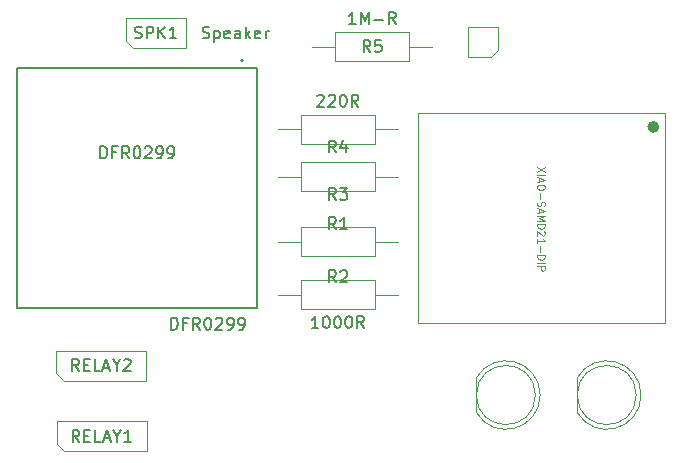
<source format=gbr>
%TF.GenerationSoftware,KiCad,Pcbnew,9.0.0*%
%TF.CreationDate,2025-03-31T22:17:34-07:00*%
%TF.ProjectId,DustBin_PCB,44757374-4269-46e5-9f50-43422e6b6963,rev?*%
%TF.SameCoordinates,Original*%
%TF.FileFunction,AssemblyDrawing,Top*%
%FSLAX46Y46*%
G04 Gerber Fmt 4.6, Leading zero omitted, Abs format (unit mm)*
G04 Created by KiCad (PCBNEW 9.0.0) date 2025-03-31 22:17:34*
%MOMM*%
%LPD*%
G01*
G04 APERTURE LIST*
%ADD10C,0.150000*%
%ADD11C,0.101600*%
%ADD12C,0.100000*%
%ADD13C,0.127000*%
%ADD14C,0.200000*%
%ADD15C,0.504000*%
G04 APERTURE END LIST*
D10*
X24404762Y-33454819D02*
X24404762Y-32454819D01*
X24404762Y-32454819D02*
X24642857Y-32454819D01*
X24642857Y-32454819D02*
X24785714Y-32502438D01*
X24785714Y-32502438D02*
X24880952Y-32597676D01*
X24880952Y-32597676D02*
X24928571Y-32692914D01*
X24928571Y-32692914D02*
X24976190Y-32883390D01*
X24976190Y-32883390D02*
X24976190Y-33026247D01*
X24976190Y-33026247D02*
X24928571Y-33216723D01*
X24928571Y-33216723D02*
X24880952Y-33311961D01*
X24880952Y-33311961D02*
X24785714Y-33407200D01*
X24785714Y-33407200D02*
X24642857Y-33454819D01*
X24642857Y-33454819D02*
X24404762Y-33454819D01*
X25738095Y-32931009D02*
X25404762Y-32931009D01*
X25404762Y-33454819D02*
X25404762Y-32454819D01*
X25404762Y-32454819D02*
X25880952Y-32454819D01*
X26833333Y-33454819D02*
X26500000Y-32978628D01*
X26261905Y-33454819D02*
X26261905Y-32454819D01*
X26261905Y-32454819D02*
X26642857Y-32454819D01*
X26642857Y-32454819D02*
X26738095Y-32502438D01*
X26738095Y-32502438D02*
X26785714Y-32550057D01*
X26785714Y-32550057D02*
X26833333Y-32645295D01*
X26833333Y-32645295D02*
X26833333Y-32788152D01*
X26833333Y-32788152D02*
X26785714Y-32883390D01*
X26785714Y-32883390D02*
X26738095Y-32931009D01*
X26738095Y-32931009D02*
X26642857Y-32978628D01*
X26642857Y-32978628D02*
X26261905Y-32978628D01*
X27452381Y-32454819D02*
X27547619Y-32454819D01*
X27547619Y-32454819D02*
X27642857Y-32502438D01*
X27642857Y-32502438D02*
X27690476Y-32550057D01*
X27690476Y-32550057D02*
X27738095Y-32645295D01*
X27738095Y-32645295D02*
X27785714Y-32835771D01*
X27785714Y-32835771D02*
X27785714Y-33073866D01*
X27785714Y-33073866D02*
X27738095Y-33264342D01*
X27738095Y-33264342D02*
X27690476Y-33359580D01*
X27690476Y-33359580D02*
X27642857Y-33407200D01*
X27642857Y-33407200D02*
X27547619Y-33454819D01*
X27547619Y-33454819D02*
X27452381Y-33454819D01*
X27452381Y-33454819D02*
X27357143Y-33407200D01*
X27357143Y-33407200D02*
X27309524Y-33359580D01*
X27309524Y-33359580D02*
X27261905Y-33264342D01*
X27261905Y-33264342D02*
X27214286Y-33073866D01*
X27214286Y-33073866D02*
X27214286Y-32835771D01*
X27214286Y-32835771D02*
X27261905Y-32645295D01*
X27261905Y-32645295D02*
X27309524Y-32550057D01*
X27309524Y-32550057D02*
X27357143Y-32502438D01*
X27357143Y-32502438D02*
X27452381Y-32454819D01*
X28166667Y-32550057D02*
X28214286Y-32502438D01*
X28214286Y-32502438D02*
X28309524Y-32454819D01*
X28309524Y-32454819D02*
X28547619Y-32454819D01*
X28547619Y-32454819D02*
X28642857Y-32502438D01*
X28642857Y-32502438D02*
X28690476Y-32550057D01*
X28690476Y-32550057D02*
X28738095Y-32645295D01*
X28738095Y-32645295D02*
X28738095Y-32740533D01*
X28738095Y-32740533D02*
X28690476Y-32883390D01*
X28690476Y-32883390D02*
X28119048Y-33454819D01*
X28119048Y-33454819D02*
X28738095Y-33454819D01*
X29214286Y-33454819D02*
X29404762Y-33454819D01*
X29404762Y-33454819D02*
X29500000Y-33407200D01*
X29500000Y-33407200D02*
X29547619Y-33359580D01*
X29547619Y-33359580D02*
X29642857Y-33216723D01*
X29642857Y-33216723D02*
X29690476Y-33026247D01*
X29690476Y-33026247D02*
X29690476Y-32645295D01*
X29690476Y-32645295D02*
X29642857Y-32550057D01*
X29642857Y-32550057D02*
X29595238Y-32502438D01*
X29595238Y-32502438D02*
X29500000Y-32454819D01*
X29500000Y-32454819D02*
X29309524Y-32454819D01*
X29309524Y-32454819D02*
X29214286Y-32502438D01*
X29214286Y-32502438D02*
X29166667Y-32550057D01*
X29166667Y-32550057D02*
X29119048Y-32645295D01*
X29119048Y-32645295D02*
X29119048Y-32883390D01*
X29119048Y-32883390D02*
X29166667Y-32978628D01*
X29166667Y-32978628D02*
X29214286Y-33026247D01*
X29214286Y-33026247D02*
X29309524Y-33073866D01*
X29309524Y-33073866D02*
X29500000Y-33073866D01*
X29500000Y-33073866D02*
X29595238Y-33026247D01*
X29595238Y-33026247D02*
X29642857Y-32978628D01*
X29642857Y-32978628D02*
X29690476Y-32883390D01*
X30166667Y-33454819D02*
X30357143Y-33454819D01*
X30357143Y-33454819D02*
X30452381Y-33407200D01*
X30452381Y-33407200D02*
X30500000Y-33359580D01*
X30500000Y-33359580D02*
X30595238Y-33216723D01*
X30595238Y-33216723D02*
X30642857Y-33026247D01*
X30642857Y-33026247D02*
X30642857Y-32645295D01*
X30642857Y-32645295D02*
X30595238Y-32550057D01*
X30595238Y-32550057D02*
X30547619Y-32502438D01*
X30547619Y-32502438D02*
X30452381Y-32454819D01*
X30452381Y-32454819D02*
X30261905Y-32454819D01*
X30261905Y-32454819D02*
X30166667Y-32502438D01*
X30166667Y-32502438D02*
X30119048Y-32550057D01*
X30119048Y-32550057D02*
X30071429Y-32645295D01*
X30071429Y-32645295D02*
X30071429Y-32883390D01*
X30071429Y-32883390D02*
X30119048Y-32978628D01*
X30119048Y-32978628D02*
X30166667Y-33026247D01*
X30166667Y-33026247D02*
X30261905Y-33073866D01*
X30261905Y-33073866D02*
X30452381Y-33073866D01*
X30452381Y-33073866D02*
X30547619Y-33026247D01*
X30547619Y-33026247D02*
X30595238Y-32978628D01*
X30595238Y-32978628D02*
X30642857Y-32883390D01*
X42761905Y-28180057D02*
X42809524Y-28132438D01*
X42809524Y-28132438D02*
X42904762Y-28084819D01*
X42904762Y-28084819D02*
X43142857Y-28084819D01*
X43142857Y-28084819D02*
X43238095Y-28132438D01*
X43238095Y-28132438D02*
X43285714Y-28180057D01*
X43285714Y-28180057D02*
X43333333Y-28275295D01*
X43333333Y-28275295D02*
X43333333Y-28370533D01*
X43333333Y-28370533D02*
X43285714Y-28513390D01*
X43285714Y-28513390D02*
X42714286Y-29084819D01*
X42714286Y-29084819D02*
X43333333Y-29084819D01*
X43714286Y-28180057D02*
X43761905Y-28132438D01*
X43761905Y-28132438D02*
X43857143Y-28084819D01*
X43857143Y-28084819D02*
X44095238Y-28084819D01*
X44095238Y-28084819D02*
X44190476Y-28132438D01*
X44190476Y-28132438D02*
X44238095Y-28180057D01*
X44238095Y-28180057D02*
X44285714Y-28275295D01*
X44285714Y-28275295D02*
X44285714Y-28370533D01*
X44285714Y-28370533D02*
X44238095Y-28513390D01*
X44238095Y-28513390D02*
X43666667Y-29084819D01*
X43666667Y-29084819D02*
X44285714Y-29084819D01*
X44904762Y-28084819D02*
X45000000Y-28084819D01*
X45000000Y-28084819D02*
X45095238Y-28132438D01*
X45095238Y-28132438D02*
X45142857Y-28180057D01*
X45142857Y-28180057D02*
X45190476Y-28275295D01*
X45190476Y-28275295D02*
X45238095Y-28465771D01*
X45238095Y-28465771D02*
X45238095Y-28703866D01*
X45238095Y-28703866D02*
X45190476Y-28894342D01*
X45190476Y-28894342D02*
X45142857Y-28989580D01*
X45142857Y-28989580D02*
X45095238Y-29037200D01*
X45095238Y-29037200D02*
X45000000Y-29084819D01*
X45000000Y-29084819D02*
X44904762Y-29084819D01*
X44904762Y-29084819D02*
X44809524Y-29037200D01*
X44809524Y-29037200D02*
X44761905Y-28989580D01*
X44761905Y-28989580D02*
X44714286Y-28894342D01*
X44714286Y-28894342D02*
X44666667Y-28703866D01*
X44666667Y-28703866D02*
X44666667Y-28465771D01*
X44666667Y-28465771D02*
X44714286Y-28275295D01*
X44714286Y-28275295D02*
X44761905Y-28180057D01*
X44761905Y-28180057D02*
X44809524Y-28132438D01*
X44809524Y-28132438D02*
X44904762Y-28084819D01*
X46238095Y-29084819D02*
X45904762Y-28608628D01*
X45666667Y-29084819D02*
X45666667Y-28084819D01*
X45666667Y-28084819D02*
X46047619Y-28084819D01*
X46047619Y-28084819D02*
X46142857Y-28132438D01*
X46142857Y-28132438D02*
X46190476Y-28180057D01*
X46190476Y-28180057D02*
X46238095Y-28275295D01*
X46238095Y-28275295D02*
X46238095Y-28418152D01*
X46238095Y-28418152D02*
X46190476Y-28513390D01*
X46190476Y-28513390D02*
X46142857Y-28561009D01*
X46142857Y-28561009D02*
X46047619Y-28608628D01*
X46047619Y-28608628D02*
X45666667Y-28608628D01*
X44333333Y-32954819D02*
X44000000Y-32478628D01*
X43761905Y-32954819D02*
X43761905Y-31954819D01*
X43761905Y-31954819D02*
X44142857Y-31954819D01*
X44142857Y-31954819D02*
X44238095Y-32002438D01*
X44238095Y-32002438D02*
X44285714Y-32050057D01*
X44285714Y-32050057D02*
X44333333Y-32145295D01*
X44333333Y-32145295D02*
X44333333Y-32288152D01*
X44333333Y-32288152D02*
X44285714Y-32383390D01*
X44285714Y-32383390D02*
X44238095Y-32431009D01*
X44238095Y-32431009D02*
X44142857Y-32478628D01*
X44142857Y-32478628D02*
X43761905Y-32478628D01*
X45190476Y-32288152D02*
X45190476Y-32954819D01*
X44952381Y-31907200D02*
X44714286Y-32621485D01*
X44714286Y-32621485D02*
X45333333Y-32621485D01*
X44333333Y-39454819D02*
X44000000Y-38978628D01*
X43761905Y-39454819D02*
X43761905Y-38454819D01*
X43761905Y-38454819D02*
X44142857Y-38454819D01*
X44142857Y-38454819D02*
X44238095Y-38502438D01*
X44238095Y-38502438D02*
X44285714Y-38550057D01*
X44285714Y-38550057D02*
X44333333Y-38645295D01*
X44333333Y-38645295D02*
X44333333Y-38788152D01*
X44333333Y-38788152D02*
X44285714Y-38883390D01*
X44285714Y-38883390D02*
X44238095Y-38931009D01*
X44238095Y-38931009D02*
X44142857Y-38978628D01*
X44142857Y-38978628D02*
X43761905Y-38978628D01*
X45285714Y-39454819D02*
X44714286Y-39454819D01*
X45000000Y-39454819D02*
X45000000Y-38454819D01*
X45000000Y-38454819D02*
X44904762Y-38597676D01*
X44904762Y-38597676D02*
X44809524Y-38692914D01*
X44809524Y-38692914D02*
X44714286Y-38740533D01*
X30404762Y-47954819D02*
X30404762Y-46954819D01*
X30404762Y-46954819D02*
X30642857Y-46954819D01*
X30642857Y-46954819D02*
X30785714Y-47002438D01*
X30785714Y-47002438D02*
X30880952Y-47097676D01*
X30880952Y-47097676D02*
X30928571Y-47192914D01*
X30928571Y-47192914D02*
X30976190Y-47383390D01*
X30976190Y-47383390D02*
X30976190Y-47526247D01*
X30976190Y-47526247D02*
X30928571Y-47716723D01*
X30928571Y-47716723D02*
X30880952Y-47811961D01*
X30880952Y-47811961D02*
X30785714Y-47907200D01*
X30785714Y-47907200D02*
X30642857Y-47954819D01*
X30642857Y-47954819D02*
X30404762Y-47954819D01*
X31738095Y-47431009D02*
X31404762Y-47431009D01*
X31404762Y-47954819D02*
X31404762Y-46954819D01*
X31404762Y-46954819D02*
X31880952Y-46954819D01*
X32833333Y-47954819D02*
X32500000Y-47478628D01*
X32261905Y-47954819D02*
X32261905Y-46954819D01*
X32261905Y-46954819D02*
X32642857Y-46954819D01*
X32642857Y-46954819D02*
X32738095Y-47002438D01*
X32738095Y-47002438D02*
X32785714Y-47050057D01*
X32785714Y-47050057D02*
X32833333Y-47145295D01*
X32833333Y-47145295D02*
X32833333Y-47288152D01*
X32833333Y-47288152D02*
X32785714Y-47383390D01*
X32785714Y-47383390D02*
X32738095Y-47431009D01*
X32738095Y-47431009D02*
X32642857Y-47478628D01*
X32642857Y-47478628D02*
X32261905Y-47478628D01*
X33452381Y-46954819D02*
X33547619Y-46954819D01*
X33547619Y-46954819D02*
X33642857Y-47002438D01*
X33642857Y-47002438D02*
X33690476Y-47050057D01*
X33690476Y-47050057D02*
X33738095Y-47145295D01*
X33738095Y-47145295D02*
X33785714Y-47335771D01*
X33785714Y-47335771D02*
X33785714Y-47573866D01*
X33785714Y-47573866D02*
X33738095Y-47764342D01*
X33738095Y-47764342D02*
X33690476Y-47859580D01*
X33690476Y-47859580D02*
X33642857Y-47907200D01*
X33642857Y-47907200D02*
X33547619Y-47954819D01*
X33547619Y-47954819D02*
X33452381Y-47954819D01*
X33452381Y-47954819D02*
X33357143Y-47907200D01*
X33357143Y-47907200D02*
X33309524Y-47859580D01*
X33309524Y-47859580D02*
X33261905Y-47764342D01*
X33261905Y-47764342D02*
X33214286Y-47573866D01*
X33214286Y-47573866D02*
X33214286Y-47335771D01*
X33214286Y-47335771D02*
X33261905Y-47145295D01*
X33261905Y-47145295D02*
X33309524Y-47050057D01*
X33309524Y-47050057D02*
X33357143Y-47002438D01*
X33357143Y-47002438D02*
X33452381Y-46954819D01*
X34166667Y-47050057D02*
X34214286Y-47002438D01*
X34214286Y-47002438D02*
X34309524Y-46954819D01*
X34309524Y-46954819D02*
X34547619Y-46954819D01*
X34547619Y-46954819D02*
X34642857Y-47002438D01*
X34642857Y-47002438D02*
X34690476Y-47050057D01*
X34690476Y-47050057D02*
X34738095Y-47145295D01*
X34738095Y-47145295D02*
X34738095Y-47240533D01*
X34738095Y-47240533D02*
X34690476Y-47383390D01*
X34690476Y-47383390D02*
X34119048Y-47954819D01*
X34119048Y-47954819D02*
X34738095Y-47954819D01*
X35214286Y-47954819D02*
X35404762Y-47954819D01*
X35404762Y-47954819D02*
X35500000Y-47907200D01*
X35500000Y-47907200D02*
X35547619Y-47859580D01*
X35547619Y-47859580D02*
X35642857Y-47716723D01*
X35642857Y-47716723D02*
X35690476Y-47526247D01*
X35690476Y-47526247D02*
X35690476Y-47145295D01*
X35690476Y-47145295D02*
X35642857Y-47050057D01*
X35642857Y-47050057D02*
X35595238Y-47002438D01*
X35595238Y-47002438D02*
X35500000Y-46954819D01*
X35500000Y-46954819D02*
X35309524Y-46954819D01*
X35309524Y-46954819D02*
X35214286Y-47002438D01*
X35214286Y-47002438D02*
X35166667Y-47050057D01*
X35166667Y-47050057D02*
X35119048Y-47145295D01*
X35119048Y-47145295D02*
X35119048Y-47383390D01*
X35119048Y-47383390D02*
X35166667Y-47478628D01*
X35166667Y-47478628D02*
X35214286Y-47526247D01*
X35214286Y-47526247D02*
X35309524Y-47573866D01*
X35309524Y-47573866D02*
X35500000Y-47573866D01*
X35500000Y-47573866D02*
X35595238Y-47526247D01*
X35595238Y-47526247D02*
X35642857Y-47478628D01*
X35642857Y-47478628D02*
X35690476Y-47383390D01*
X36166667Y-47954819D02*
X36357143Y-47954819D01*
X36357143Y-47954819D02*
X36452381Y-47907200D01*
X36452381Y-47907200D02*
X36500000Y-47859580D01*
X36500000Y-47859580D02*
X36595238Y-47716723D01*
X36595238Y-47716723D02*
X36642857Y-47526247D01*
X36642857Y-47526247D02*
X36642857Y-47145295D01*
X36642857Y-47145295D02*
X36595238Y-47050057D01*
X36595238Y-47050057D02*
X36547619Y-47002438D01*
X36547619Y-47002438D02*
X36452381Y-46954819D01*
X36452381Y-46954819D02*
X36261905Y-46954819D01*
X36261905Y-46954819D02*
X36166667Y-47002438D01*
X36166667Y-47002438D02*
X36119048Y-47050057D01*
X36119048Y-47050057D02*
X36071429Y-47145295D01*
X36071429Y-47145295D02*
X36071429Y-47383390D01*
X36071429Y-47383390D02*
X36119048Y-47478628D01*
X36119048Y-47478628D02*
X36166667Y-47526247D01*
X36166667Y-47526247D02*
X36261905Y-47573866D01*
X36261905Y-47573866D02*
X36452381Y-47573866D01*
X36452381Y-47573866D02*
X36547619Y-47526247D01*
X36547619Y-47526247D02*
X36595238Y-47478628D01*
X36595238Y-47478628D02*
X36642857Y-47383390D01*
X33048095Y-23257200D02*
X33190952Y-23304819D01*
X33190952Y-23304819D02*
X33429047Y-23304819D01*
X33429047Y-23304819D02*
X33524285Y-23257200D01*
X33524285Y-23257200D02*
X33571904Y-23209580D01*
X33571904Y-23209580D02*
X33619523Y-23114342D01*
X33619523Y-23114342D02*
X33619523Y-23019104D01*
X33619523Y-23019104D02*
X33571904Y-22923866D01*
X33571904Y-22923866D02*
X33524285Y-22876247D01*
X33524285Y-22876247D02*
X33429047Y-22828628D01*
X33429047Y-22828628D02*
X33238571Y-22781009D01*
X33238571Y-22781009D02*
X33143333Y-22733390D01*
X33143333Y-22733390D02*
X33095714Y-22685771D01*
X33095714Y-22685771D02*
X33048095Y-22590533D01*
X33048095Y-22590533D02*
X33048095Y-22495295D01*
X33048095Y-22495295D02*
X33095714Y-22400057D01*
X33095714Y-22400057D02*
X33143333Y-22352438D01*
X33143333Y-22352438D02*
X33238571Y-22304819D01*
X33238571Y-22304819D02*
X33476666Y-22304819D01*
X33476666Y-22304819D02*
X33619523Y-22352438D01*
X34048095Y-22638152D02*
X34048095Y-23638152D01*
X34048095Y-22685771D02*
X34143333Y-22638152D01*
X34143333Y-22638152D02*
X34333809Y-22638152D01*
X34333809Y-22638152D02*
X34429047Y-22685771D01*
X34429047Y-22685771D02*
X34476666Y-22733390D01*
X34476666Y-22733390D02*
X34524285Y-22828628D01*
X34524285Y-22828628D02*
X34524285Y-23114342D01*
X34524285Y-23114342D02*
X34476666Y-23209580D01*
X34476666Y-23209580D02*
X34429047Y-23257200D01*
X34429047Y-23257200D02*
X34333809Y-23304819D01*
X34333809Y-23304819D02*
X34143333Y-23304819D01*
X34143333Y-23304819D02*
X34048095Y-23257200D01*
X35333809Y-23257200D02*
X35238571Y-23304819D01*
X35238571Y-23304819D02*
X35048095Y-23304819D01*
X35048095Y-23304819D02*
X34952857Y-23257200D01*
X34952857Y-23257200D02*
X34905238Y-23161961D01*
X34905238Y-23161961D02*
X34905238Y-22781009D01*
X34905238Y-22781009D02*
X34952857Y-22685771D01*
X34952857Y-22685771D02*
X35048095Y-22638152D01*
X35048095Y-22638152D02*
X35238571Y-22638152D01*
X35238571Y-22638152D02*
X35333809Y-22685771D01*
X35333809Y-22685771D02*
X35381428Y-22781009D01*
X35381428Y-22781009D02*
X35381428Y-22876247D01*
X35381428Y-22876247D02*
X34905238Y-22971485D01*
X36238571Y-23304819D02*
X36238571Y-22781009D01*
X36238571Y-22781009D02*
X36190952Y-22685771D01*
X36190952Y-22685771D02*
X36095714Y-22638152D01*
X36095714Y-22638152D02*
X35905238Y-22638152D01*
X35905238Y-22638152D02*
X35810000Y-22685771D01*
X36238571Y-23257200D02*
X36143333Y-23304819D01*
X36143333Y-23304819D02*
X35905238Y-23304819D01*
X35905238Y-23304819D02*
X35810000Y-23257200D01*
X35810000Y-23257200D02*
X35762381Y-23161961D01*
X35762381Y-23161961D02*
X35762381Y-23066723D01*
X35762381Y-23066723D02*
X35810000Y-22971485D01*
X35810000Y-22971485D02*
X35905238Y-22923866D01*
X35905238Y-22923866D02*
X36143333Y-22923866D01*
X36143333Y-22923866D02*
X36238571Y-22876247D01*
X36714762Y-23304819D02*
X36714762Y-22304819D01*
X36810000Y-22923866D02*
X37095714Y-23304819D01*
X37095714Y-22638152D02*
X36714762Y-23019104D01*
X37905238Y-23257200D02*
X37810000Y-23304819D01*
X37810000Y-23304819D02*
X37619524Y-23304819D01*
X37619524Y-23304819D02*
X37524286Y-23257200D01*
X37524286Y-23257200D02*
X37476667Y-23161961D01*
X37476667Y-23161961D02*
X37476667Y-22781009D01*
X37476667Y-22781009D02*
X37524286Y-22685771D01*
X37524286Y-22685771D02*
X37619524Y-22638152D01*
X37619524Y-22638152D02*
X37810000Y-22638152D01*
X37810000Y-22638152D02*
X37905238Y-22685771D01*
X37905238Y-22685771D02*
X37952857Y-22781009D01*
X37952857Y-22781009D02*
X37952857Y-22876247D01*
X37952857Y-22876247D02*
X37476667Y-22971485D01*
X38381429Y-23304819D02*
X38381429Y-22638152D01*
X38381429Y-22828628D02*
X38429048Y-22733390D01*
X38429048Y-22733390D02*
X38476667Y-22685771D01*
X38476667Y-22685771D02*
X38571905Y-22638152D01*
X38571905Y-22638152D02*
X38667143Y-22638152D01*
X27318095Y-23257200D02*
X27460952Y-23304819D01*
X27460952Y-23304819D02*
X27699047Y-23304819D01*
X27699047Y-23304819D02*
X27794285Y-23257200D01*
X27794285Y-23257200D02*
X27841904Y-23209580D01*
X27841904Y-23209580D02*
X27889523Y-23114342D01*
X27889523Y-23114342D02*
X27889523Y-23019104D01*
X27889523Y-23019104D02*
X27841904Y-22923866D01*
X27841904Y-22923866D02*
X27794285Y-22876247D01*
X27794285Y-22876247D02*
X27699047Y-22828628D01*
X27699047Y-22828628D02*
X27508571Y-22781009D01*
X27508571Y-22781009D02*
X27413333Y-22733390D01*
X27413333Y-22733390D02*
X27365714Y-22685771D01*
X27365714Y-22685771D02*
X27318095Y-22590533D01*
X27318095Y-22590533D02*
X27318095Y-22495295D01*
X27318095Y-22495295D02*
X27365714Y-22400057D01*
X27365714Y-22400057D02*
X27413333Y-22352438D01*
X27413333Y-22352438D02*
X27508571Y-22304819D01*
X27508571Y-22304819D02*
X27746666Y-22304819D01*
X27746666Y-22304819D02*
X27889523Y-22352438D01*
X28318095Y-23304819D02*
X28318095Y-22304819D01*
X28318095Y-22304819D02*
X28699047Y-22304819D01*
X28699047Y-22304819D02*
X28794285Y-22352438D01*
X28794285Y-22352438D02*
X28841904Y-22400057D01*
X28841904Y-22400057D02*
X28889523Y-22495295D01*
X28889523Y-22495295D02*
X28889523Y-22638152D01*
X28889523Y-22638152D02*
X28841904Y-22733390D01*
X28841904Y-22733390D02*
X28794285Y-22781009D01*
X28794285Y-22781009D02*
X28699047Y-22828628D01*
X28699047Y-22828628D02*
X28318095Y-22828628D01*
X29318095Y-23304819D02*
X29318095Y-22304819D01*
X29889523Y-23304819D02*
X29460952Y-22733390D01*
X29889523Y-22304819D02*
X29318095Y-22876247D01*
X30841904Y-23304819D02*
X30270476Y-23304819D01*
X30556190Y-23304819D02*
X30556190Y-22304819D01*
X30556190Y-22304819D02*
X30460952Y-22447676D01*
X30460952Y-22447676D02*
X30365714Y-22542914D01*
X30365714Y-22542914D02*
X30270476Y-22590533D01*
X22579047Y-51454819D02*
X22245714Y-50978628D01*
X22007619Y-51454819D02*
X22007619Y-50454819D01*
X22007619Y-50454819D02*
X22388571Y-50454819D01*
X22388571Y-50454819D02*
X22483809Y-50502438D01*
X22483809Y-50502438D02*
X22531428Y-50550057D01*
X22531428Y-50550057D02*
X22579047Y-50645295D01*
X22579047Y-50645295D02*
X22579047Y-50788152D01*
X22579047Y-50788152D02*
X22531428Y-50883390D01*
X22531428Y-50883390D02*
X22483809Y-50931009D01*
X22483809Y-50931009D02*
X22388571Y-50978628D01*
X22388571Y-50978628D02*
X22007619Y-50978628D01*
X23007619Y-50931009D02*
X23340952Y-50931009D01*
X23483809Y-51454819D02*
X23007619Y-51454819D01*
X23007619Y-51454819D02*
X23007619Y-50454819D01*
X23007619Y-50454819D02*
X23483809Y-50454819D01*
X24388571Y-51454819D02*
X23912381Y-51454819D01*
X23912381Y-51454819D02*
X23912381Y-50454819D01*
X24674286Y-51169104D02*
X25150476Y-51169104D01*
X24579048Y-51454819D02*
X24912381Y-50454819D01*
X24912381Y-50454819D02*
X25245714Y-51454819D01*
X25769524Y-50978628D02*
X25769524Y-51454819D01*
X25436191Y-50454819D02*
X25769524Y-50978628D01*
X25769524Y-50978628D02*
X26102857Y-50454819D01*
X26388572Y-50550057D02*
X26436191Y-50502438D01*
X26436191Y-50502438D02*
X26531429Y-50454819D01*
X26531429Y-50454819D02*
X26769524Y-50454819D01*
X26769524Y-50454819D02*
X26864762Y-50502438D01*
X26864762Y-50502438D02*
X26912381Y-50550057D01*
X26912381Y-50550057D02*
X26960000Y-50645295D01*
X26960000Y-50645295D02*
X26960000Y-50740533D01*
X26960000Y-50740533D02*
X26912381Y-50883390D01*
X26912381Y-50883390D02*
X26340953Y-51454819D01*
X26340953Y-51454819D02*
X26960000Y-51454819D01*
X22619047Y-57454819D02*
X22285714Y-56978628D01*
X22047619Y-57454819D02*
X22047619Y-56454819D01*
X22047619Y-56454819D02*
X22428571Y-56454819D01*
X22428571Y-56454819D02*
X22523809Y-56502438D01*
X22523809Y-56502438D02*
X22571428Y-56550057D01*
X22571428Y-56550057D02*
X22619047Y-56645295D01*
X22619047Y-56645295D02*
X22619047Y-56788152D01*
X22619047Y-56788152D02*
X22571428Y-56883390D01*
X22571428Y-56883390D02*
X22523809Y-56931009D01*
X22523809Y-56931009D02*
X22428571Y-56978628D01*
X22428571Y-56978628D02*
X22047619Y-56978628D01*
X23047619Y-56931009D02*
X23380952Y-56931009D01*
X23523809Y-57454819D02*
X23047619Y-57454819D01*
X23047619Y-57454819D02*
X23047619Y-56454819D01*
X23047619Y-56454819D02*
X23523809Y-56454819D01*
X24428571Y-57454819D02*
X23952381Y-57454819D01*
X23952381Y-57454819D02*
X23952381Y-56454819D01*
X24714286Y-57169104D02*
X25190476Y-57169104D01*
X24619048Y-57454819D02*
X24952381Y-56454819D01*
X24952381Y-56454819D02*
X25285714Y-57454819D01*
X25809524Y-56978628D02*
X25809524Y-57454819D01*
X25476191Y-56454819D02*
X25809524Y-56978628D01*
X25809524Y-56978628D02*
X26142857Y-56454819D01*
X27000000Y-57454819D02*
X26428572Y-57454819D01*
X26714286Y-57454819D02*
X26714286Y-56454819D01*
X26714286Y-56454819D02*
X26619048Y-56597676D01*
X26619048Y-56597676D02*
X26523810Y-56692914D01*
X26523810Y-56692914D02*
X26428572Y-56740533D01*
X46015238Y-22084819D02*
X45443810Y-22084819D01*
X45729524Y-22084819D02*
X45729524Y-21084819D01*
X45729524Y-21084819D02*
X45634286Y-21227676D01*
X45634286Y-21227676D02*
X45539048Y-21322914D01*
X45539048Y-21322914D02*
X45443810Y-21370533D01*
X46443810Y-22084819D02*
X46443810Y-21084819D01*
X46443810Y-21084819D02*
X46777143Y-21799104D01*
X46777143Y-21799104D02*
X47110476Y-21084819D01*
X47110476Y-21084819D02*
X47110476Y-22084819D01*
X47586667Y-21703866D02*
X48348572Y-21703866D01*
X49396190Y-22084819D02*
X49062857Y-21608628D01*
X48824762Y-22084819D02*
X48824762Y-21084819D01*
X48824762Y-21084819D02*
X49205714Y-21084819D01*
X49205714Y-21084819D02*
X49300952Y-21132438D01*
X49300952Y-21132438D02*
X49348571Y-21180057D01*
X49348571Y-21180057D02*
X49396190Y-21275295D01*
X49396190Y-21275295D02*
X49396190Y-21418152D01*
X49396190Y-21418152D02*
X49348571Y-21513390D01*
X49348571Y-21513390D02*
X49300952Y-21561009D01*
X49300952Y-21561009D02*
X49205714Y-21608628D01*
X49205714Y-21608628D02*
X48824762Y-21608628D01*
X47253333Y-24454819D02*
X46920000Y-23978628D01*
X46681905Y-24454819D02*
X46681905Y-23454819D01*
X46681905Y-23454819D02*
X47062857Y-23454819D01*
X47062857Y-23454819D02*
X47158095Y-23502438D01*
X47158095Y-23502438D02*
X47205714Y-23550057D01*
X47205714Y-23550057D02*
X47253333Y-23645295D01*
X47253333Y-23645295D02*
X47253333Y-23788152D01*
X47253333Y-23788152D02*
X47205714Y-23883390D01*
X47205714Y-23883390D02*
X47158095Y-23931009D01*
X47158095Y-23931009D02*
X47062857Y-23978628D01*
X47062857Y-23978628D02*
X46681905Y-23978628D01*
X48158095Y-23454819D02*
X47681905Y-23454819D01*
X47681905Y-23454819D02*
X47634286Y-23931009D01*
X47634286Y-23931009D02*
X47681905Y-23883390D01*
X47681905Y-23883390D02*
X47777143Y-23835771D01*
X47777143Y-23835771D02*
X48015238Y-23835771D01*
X48015238Y-23835771D02*
X48110476Y-23883390D01*
X48110476Y-23883390D02*
X48158095Y-23931009D01*
X48158095Y-23931009D02*
X48205714Y-24026247D01*
X48205714Y-24026247D02*
X48205714Y-24264342D01*
X48205714Y-24264342D02*
X48158095Y-24359580D01*
X48158095Y-24359580D02*
X48110476Y-24407200D01*
X48110476Y-24407200D02*
X48015238Y-24454819D01*
X48015238Y-24454819D02*
X47777143Y-24454819D01*
X47777143Y-24454819D02*
X47681905Y-24407200D01*
X47681905Y-24407200D02*
X47634286Y-24359580D01*
X44333333Y-36954819D02*
X44000000Y-36478628D01*
X43761905Y-36954819D02*
X43761905Y-35954819D01*
X43761905Y-35954819D02*
X44142857Y-35954819D01*
X44142857Y-35954819D02*
X44238095Y-36002438D01*
X44238095Y-36002438D02*
X44285714Y-36050057D01*
X44285714Y-36050057D02*
X44333333Y-36145295D01*
X44333333Y-36145295D02*
X44333333Y-36288152D01*
X44333333Y-36288152D02*
X44285714Y-36383390D01*
X44285714Y-36383390D02*
X44238095Y-36431009D01*
X44238095Y-36431009D02*
X44142857Y-36478628D01*
X44142857Y-36478628D02*
X43761905Y-36478628D01*
X44666667Y-35954819D02*
X45285714Y-35954819D01*
X45285714Y-35954819D02*
X44952381Y-36335771D01*
X44952381Y-36335771D02*
X45095238Y-36335771D01*
X45095238Y-36335771D02*
X45190476Y-36383390D01*
X45190476Y-36383390D02*
X45238095Y-36431009D01*
X45238095Y-36431009D02*
X45285714Y-36526247D01*
X45285714Y-36526247D02*
X45285714Y-36764342D01*
X45285714Y-36764342D02*
X45238095Y-36859580D01*
X45238095Y-36859580D02*
X45190476Y-36907200D01*
X45190476Y-36907200D02*
X45095238Y-36954819D01*
X45095238Y-36954819D02*
X44809524Y-36954819D01*
X44809524Y-36954819D02*
X44714286Y-36907200D01*
X44714286Y-36907200D02*
X44666667Y-36859580D01*
X42857142Y-47824819D02*
X42285714Y-47824819D01*
X42571428Y-47824819D02*
X42571428Y-46824819D01*
X42571428Y-46824819D02*
X42476190Y-46967676D01*
X42476190Y-46967676D02*
X42380952Y-47062914D01*
X42380952Y-47062914D02*
X42285714Y-47110533D01*
X43476190Y-46824819D02*
X43571428Y-46824819D01*
X43571428Y-46824819D02*
X43666666Y-46872438D01*
X43666666Y-46872438D02*
X43714285Y-46920057D01*
X43714285Y-46920057D02*
X43761904Y-47015295D01*
X43761904Y-47015295D02*
X43809523Y-47205771D01*
X43809523Y-47205771D02*
X43809523Y-47443866D01*
X43809523Y-47443866D02*
X43761904Y-47634342D01*
X43761904Y-47634342D02*
X43714285Y-47729580D01*
X43714285Y-47729580D02*
X43666666Y-47777200D01*
X43666666Y-47777200D02*
X43571428Y-47824819D01*
X43571428Y-47824819D02*
X43476190Y-47824819D01*
X43476190Y-47824819D02*
X43380952Y-47777200D01*
X43380952Y-47777200D02*
X43333333Y-47729580D01*
X43333333Y-47729580D02*
X43285714Y-47634342D01*
X43285714Y-47634342D02*
X43238095Y-47443866D01*
X43238095Y-47443866D02*
X43238095Y-47205771D01*
X43238095Y-47205771D02*
X43285714Y-47015295D01*
X43285714Y-47015295D02*
X43333333Y-46920057D01*
X43333333Y-46920057D02*
X43380952Y-46872438D01*
X43380952Y-46872438D02*
X43476190Y-46824819D01*
X44428571Y-46824819D02*
X44523809Y-46824819D01*
X44523809Y-46824819D02*
X44619047Y-46872438D01*
X44619047Y-46872438D02*
X44666666Y-46920057D01*
X44666666Y-46920057D02*
X44714285Y-47015295D01*
X44714285Y-47015295D02*
X44761904Y-47205771D01*
X44761904Y-47205771D02*
X44761904Y-47443866D01*
X44761904Y-47443866D02*
X44714285Y-47634342D01*
X44714285Y-47634342D02*
X44666666Y-47729580D01*
X44666666Y-47729580D02*
X44619047Y-47777200D01*
X44619047Y-47777200D02*
X44523809Y-47824819D01*
X44523809Y-47824819D02*
X44428571Y-47824819D01*
X44428571Y-47824819D02*
X44333333Y-47777200D01*
X44333333Y-47777200D02*
X44285714Y-47729580D01*
X44285714Y-47729580D02*
X44238095Y-47634342D01*
X44238095Y-47634342D02*
X44190476Y-47443866D01*
X44190476Y-47443866D02*
X44190476Y-47205771D01*
X44190476Y-47205771D02*
X44238095Y-47015295D01*
X44238095Y-47015295D02*
X44285714Y-46920057D01*
X44285714Y-46920057D02*
X44333333Y-46872438D01*
X44333333Y-46872438D02*
X44428571Y-46824819D01*
X45380952Y-46824819D02*
X45476190Y-46824819D01*
X45476190Y-46824819D02*
X45571428Y-46872438D01*
X45571428Y-46872438D02*
X45619047Y-46920057D01*
X45619047Y-46920057D02*
X45666666Y-47015295D01*
X45666666Y-47015295D02*
X45714285Y-47205771D01*
X45714285Y-47205771D02*
X45714285Y-47443866D01*
X45714285Y-47443866D02*
X45666666Y-47634342D01*
X45666666Y-47634342D02*
X45619047Y-47729580D01*
X45619047Y-47729580D02*
X45571428Y-47777200D01*
X45571428Y-47777200D02*
X45476190Y-47824819D01*
X45476190Y-47824819D02*
X45380952Y-47824819D01*
X45380952Y-47824819D02*
X45285714Y-47777200D01*
X45285714Y-47777200D02*
X45238095Y-47729580D01*
X45238095Y-47729580D02*
X45190476Y-47634342D01*
X45190476Y-47634342D02*
X45142857Y-47443866D01*
X45142857Y-47443866D02*
X45142857Y-47205771D01*
X45142857Y-47205771D02*
X45190476Y-47015295D01*
X45190476Y-47015295D02*
X45238095Y-46920057D01*
X45238095Y-46920057D02*
X45285714Y-46872438D01*
X45285714Y-46872438D02*
X45380952Y-46824819D01*
X46714285Y-47824819D02*
X46380952Y-47348628D01*
X46142857Y-47824819D02*
X46142857Y-46824819D01*
X46142857Y-46824819D02*
X46523809Y-46824819D01*
X46523809Y-46824819D02*
X46619047Y-46872438D01*
X46619047Y-46872438D02*
X46666666Y-46920057D01*
X46666666Y-46920057D02*
X46714285Y-47015295D01*
X46714285Y-47015295D02*
X46714285Y-47158152D01*
X46714285Y-47158152D02*
X46666666Y-47253390D01*
X46666666Y-47253390D02*
X46619047Y-47301009D01*
X46619047Y-47301009D02*
X46523809Y-47348628D01*
X46523809Y-47348628D02*
X46142857Y-47348628D01*
X44333333Y-43954819D02*
X44000000Y-43478628D01*
X43761905Y-43954819D02*
X43761905Y-42954819D01*
X43761905Y-42954819D02*
X44142857Y-42954819D01*
X44142857Y-42954819D02*
X44238095Y-43002438D01*
X44238095Y-43002438D02*
X44285714Y-43050057D01*
X44285714Y-43050057D02*
X44333333Y-43145295D01*
X44333333Y-43145295D02*
X44333333Y-43288152D01*
X44333333Y-43288152D02*
X44285714Y-43383390D01*
X44285714Y-43383390D02*
X44238095Y-43431009D01*
X44238095Y-43431009D02*
X44142857Y-43478628D01*
X44142857Y-43478628D02*
X43761905Y-43478628D01*
X44714286Y-43050057D02*
X44761905Y-43002438D01*
X44761905Y-43002438D02*
X44857143Y-42954819D01*
X44857143Y-42954819D02*
X45095238Y-42954819D01*
X45095238Y-42954819D02*
X45190476Y-43002438D01*
X45190476Y-43002438D02*
X45238095Y-43050057D01*
X45238095Y-43050057D02*
X45285714Y-43145295D01*
X45285714Y-43145295D02*
X45285714Y-43240533D01*
X45285714Y-43240533D02*
X45238095Y-43383390D01*
X45238095Y-43383390D02*
X44666667Y-43954819D01*
X44666667Y-43954819D02*
X45285714Y-43954819D01*
D11*
X62028020Y-34200357D02*
X61393020Y-34623690D01*
X62028020Y-34623690D02*
X61393020Y-34200357D01*
X61393020Y-34865595D02*
X62028020Y-34865595D01*
X61574449Y-35137738D02*
X61574449Y-35440119D01*
X61393020Y-35077262D02*
X62028020Y-35288928D01*
X62028020Y-35288928D02*
X61393020Y-35500595D01*
X62028020Y-35833214D02*
X62028020Y-35954167D01*
X62028020Y-35954167D02*
X61997782Y-36014643D01*
X61997782Y-36014643D02*
X61937306Y-36075119D01*
X61937306Y-36075119D02*
X61816354Y-36105357D01*
X61816354Y-36105357D02*
X61604687Y-36105357D01*
X61604687Y-36105357D02*
X61483735Y-36075119D01*
X61483735Y-36075119D02*
X61423259Y-36014643D01*
X61423259Y-36014643D02*
X61393020Y-35954167D01*
X61393020Y-35954167D02*
X61393020Y-35833214D01*
X61393020Y-35833214D02*
X61423259Y-35772738D01*
X61423259Y-35772738D02*
X61483735Y-35712262D01*
X61483735Y-35712262D02*
X61604687Y-35682024D01*
X61604687Y-35682024D02*
X61816354Y-35682024D01*
X61816354Y-35682024D02*
X61937306Y-35712262D01*
X61937306Y-35712262D02*
X61997782Y-35772738D01*
X61997782Y-35772738D02*
X62028020Y-35833214D01*
X61634925Y-36377500D02*
X61634925Y-36861310D01*
X61423259Y-37133452D02*
X61393020Y-37224166D01*
X61393020Y-37224166D02*
X61393020Y-37375357D01*
X61393020Y-37375357D02*
X61423259Y-37435833D01*
X61423259Y-37435833D02*
X61453497Y-37466071D01*
X61453497Y-37466071D02*
X61513973Y-37496309D01*
X61513973Y-37496309D02*
X61574449Y-37496309D01*
X61574449Y-37496309D02*
X61634925Y-37466071D01*
X61634925Y-37466071D02*
X61665163Y-37435833D01*
X61665163Y-37435833D02*
X61695401Y-37375357D01*
X61695401Y-37375357D02*
X61725639Y-37254404D01*
X61725639Y-37254404D02*
X61755878Y-37193928D01*
X61755878Y-37193928D02*
X61786116Y-37163690D01*
X61786116Y-37163690D02*
X61846592Y-37133452D01*
X61846592Y-37133452D02*
X61907068Y-37133452D01*
X61907068Y-37133452D02*
X61967544Y-37163690D01*
X61967544Y-37163690D02*
X61997782Y-37193928D01*
X61997782Y-37193928D02*
X62028020Y-37254404D01*
X62028020Y-37254404D02*
X62028020Y-37405595D01*
X62028020Y-37405595D02*
X61997782Y-37496309D01*
X61574449Y-37738214D02*
X61574449Y-38040595D01*
X61393020Y-37677738D02*
X62028020Y-37889404D01*
X62028020Y-37889404D02*
X61393020Y-38101071D01*
X61393020Y-38312738D02*
X62028020Y-38312738D01*
X62028020Y-38312738D02*
X61574449Y-38524405D01*
X61574449Y-38524405D02*
X62028020Y-38736071D01*
X62028020Y-38736071D02*
X61393020Y-38736071D01*
X61393020Y-39038452D02*
X62028020Y-39038452D01*
X62028020Y-39038452D02*
X62028020Y-39189642D01*
X62028020Y-39189642D02*
X61997782Y-39280357D01*
X61997782Y-39280357D02*
X61937306Y-39340833D01*
X61937306Y-39340833D02*
X61876830Y-39371071D01*
X61876830Y-39371071D02*
X61755878Y-39401309D01*
X61755878Y-39401309D02*
X61665163Y-39401309D01*
X61665163Y-39401309D02*
X61544211Y-39371071D01*
X61544211Y-39371071D02*
X61483735Y-39340833D01*
X61483735Y-39340833D02*
X61423259Y-39280357D01*
X61423259Y-39280357D02*
X61393020Y-39189642D01*
X61393020Y-39189642D02*
X61393020Y-39038452D01*
X61967544Y-39643214D02*
X61997782Y-39673452D01*
X61997782Y-39673452D02*
X62028020Y-39733928D01*
X62028020Y-39733928D02*
X62028020Y-39885119D01*
X62028020Y-39885119D02*
X61997782Y-39945595D01*
X61997782Y-39945595D02*
X61967544Y-39975833D01*
X61967544Y-39975833D02*
X61907068Y-40006071D01*
X61907068Y-40006071D02*
X61846592Y-40006071D01*
X61846592Y-40006071D02*
X61755878Y-39975833D01*
X61755878Y-39975833D02*
X61393020Y-39612976D01*
X61393020Y-39612976D02*
X61393020Y-40006071D01*
X61393020Y-40610833D02*
X61393020Y-40247976D01*
X61393020Y-40429404D02*
X62028020Y-40429404D01*
X62028020Y-40429404D02*
X61937306Y-40368928D01*
X61937306Y-40368928D02*
X61876830Y-40308452D01*
X61876830Y-40308452D02*
X61846592Y-40247976D01*
X61634925Y-40882976D02*
X61634925Y-41366786D01*
X61393020Y-41669166D02*
X62028020Y-41669166D01*
X62028020Y-41669166D02*
X62028020Y-41820356D01*
X62028020Y-41820356D02*
X61997782Y-41911071D01*
X61997782Y-41911071D02*
X61937306Y-41971547D01*
X61937306Y-41971547D02*
X61876830Y-42001785D01*
X61876830Y-42001785D02*
X61755878Y-42032023D01*
X61755878Y-42032023D02*
X61665163Y-42032023D01*
X61665163Y-42032023D02*
X61544211Y-42001785D01*
X61544211Y-42001785D02*
X61483735Y-41971547D01*
X61483735Y-41971547D02*
X61423259Y-41911071D01*
X61423259Y-41911071D02*
X61393020Y-41820356D01*
X61393020Y-41820356D02*
X61393020Y-41669166D01*
X61393020Y-42304166D02*
X62028020Y-42304166D01*
X61393020Y-42606547D02*
X62028020Y-42606547D01*
X62028020Y-42606547D02*
X62028020Y-42848452D01*
X62028020Y-42848452D02*
X61997782Y-42908928D01*
X61997782Y-42908928D02*
X61967544Y-42939166D01*
X61967544Y-42939166D02*
X61907068Y-42969404D01*
X61907068Y-42969404D02*
X61816354Y-42969404D01*
X61816354Y-42969404D02*
X61755878Y-42939166D01*
X61755878Y-42939166D02*
X61725639Y-42908928D01*
X61725639Y-42908928D02*
X61695401Y-42848452D01*
X61695401Y-42848452D02*
X61695401Y-42606547D01*
D12*
%TO.C,GREEN_EMF1*%
X61230000Y-53500000D02*
G75*
G02*
X56230000Y-53500000I-2500000J0D01*
G01*
X56230000Y-53500000D02*
G75*
G02*
X61230000Y-53500000I2500000J0D01*
G01*
X56230000Y-52030306D02*
G75*
G02*
X56230046Y-54969772I2500000J-1469694D01*
G01*
X56230000Y-52030306D02*
X56230000Y-54969694D01*
%TO.C,R4*%
X39420000Y-31000000D02*
X41350000Y-31000000D01*
X41350000Y-29750000D02*
X41350000Y-32250000D01*
X41350000Y-32250000D02*
X47650000Y-32250000D01*
X47650000Y-29750000D02*
X41350000Y-29750000D01*
X47650000Y-32250000D02*
X47650000Y-29750000D01*
X49580000Y-31000000D02*
X47650000Y-31000000D01*
%TO.C,R1*%
X39420000Y-40500000D02*
X41350000Y-40500000D01*
X41350000Y-39250000D02*
X41350000Y-41750000D01*
X41350000Y-41750000D02*
X47650000Y-41750000D01*
X47650000Y-39250000D02*
X41350000Y-39250000D01*
X47650000Y-41750000D02*
X47650000Y-39250000D01*
X49580000Y-40500000D02*
X47650000Y-40500000D01*
%TO.C,RED_Power1*%
X64770000Y-52030306D02*
X64770000Y-54969694D01*
X64770000Y-52030306D02*
G75*
G02*
X64770046Y-54969772I2500000J-1469694D01*
G01*
X69770000Y-53500000D02*
G75*
G02*
X64770000Y-53500000I-2500000J0D01*
G01*
X64770000Y-53500000D02*
G75*
G02*
X69770000Y-53500000I2500000J0D01*
G01*
D13*
%TO.C,U2*%
X37660000Y-46160000D02*
X17340000Y-46160000D01*
X17340000Y-46160000D02*
X17340000Y-25840000D01*
X17340000Y-25840000D02*
X37660000Y-25840000D01*
X37660000Y-25840000D02*
X37660000Y-46160000D01*
D14*
X36490000Y-25200000D02*
G75*
G02*
X36290000Y-25200000I-100000J0D01*
G01*
X36290000Y-25200000D02*
G75*
G02*
X36490000Y-25200000I100000J0D01*
G01*
D12*
%TO.C,SPK1*%
X27175000Y-24120000D02*
X26540000Y-23485000D01*
X31620000Y-24120000D02*
X27175000Y-24120000D01*
X26540000Y-23485000D02*
X26540000Y-21580000D01*
X26540000Y-21580000D02*
X31620000Y-21580000D01*
X31620000Y-21580000D02*
X31620000Y-24120000D01*
%TO.C,RELAY2*%
X21285000Y-52270000D02*
X20650000Y-51635000D01*
X28270000Y-52270000D02*
X21285000Y-52270000D01*
X20650000Y-51635000D02*
X20650000Y-49730000D01*
X20650000Y-49730000D02*
X28270000Y-49730000D01*
X28270000Y-49730000D02*
X28270000Y-52270000D01*
%TO.C,RELAY1*%
X21325000Y-58270000D02*
X20690000Y-57635000D01*
X28310000Y-58270000D02*
X21325000Y-58270000D01*
X20690000Y-57635000D02*
X20690000Y-55730000D01*
X20690000Y-55730000D02*
X28310000Y-55730000D01*
X28310000Y-55730000D02*
X28310000Y-58270000D01*
%TO.C,R5*%
X52500000Y-24000000D02*
X50570000Y-24000000D01*
X50570000Y-25250000D02*
X50570000Y-22750000D01*
X50570000Y-22750000D02*
X44270000Y-22750000D01*
X44270000Y-25250000D02*
X50570000Y-25250000D01*
X44270000Y-22750000D02*
X44270000Y-25250000D01*
X42340000Y-24000000D02*
X44270000Y-24000000D01*
%TO.C,R3*%
X49580000Y-35000000D02*
X47650000Y-35000000D01*
X47650000Y-36250000D02*
X47650000Y-33750000D01*
X47650000Y-33750000D02*
X41350000Y-33750000D01*
X41350000Y-36250000D02*
X47650000Y-36250000D01*
X41350000Y-33750000D02*
X41350000Y-36250000D01*
X39420000Y-35000000D02*
X41350000Y-35000000D01*
%TO.C,R2*%
X39420000Y-45000000D02*
X41350000Y-45000000D01*
X41350000Y-43750000D02*
X41350000Y-46250000D01*
X41350000Y-46250000D02*
X47650000Y-46250000D01*
X47650000Y-43750000D02*
X41350000Y-43750000D01*
X47650000Y-46250000D02*
X47650000Y-43750000D01*
X49580000Y-45000000D02*
X47650000Y-45000000D01*
%TO.C,Antenna1*%
X58071500Y-24255000D02*
X57436500Y-24890000D01*
X58071500Y-22350000D02*
X58071500Y-24255000D01*
X57436500Y-24890000D02*
X55531500Y-24890000D01*
X55531500Y-24890000D02*
X55531500Y-22350000D01*
X55531500Y-22350000D02*
X58071500Y-22350000D01*
%TO.C,U1*%
X72231500Y-29600000D02*
X51256500Y-29600000D01*
X51256500Y-47400000D01*
X72231500Y-47400000D01*
X72231500Y-29600000D01*
D15*
X71459500Y-30792000D02*
G75*
G02*
X70955500Y-30792000I-252000J0D01*
G01*
X70955500Y-30792000D02*
G75*
G02*
X71459500Y-30792000I252000J0D01*
G01*
%TD*%
M02*

</source>
